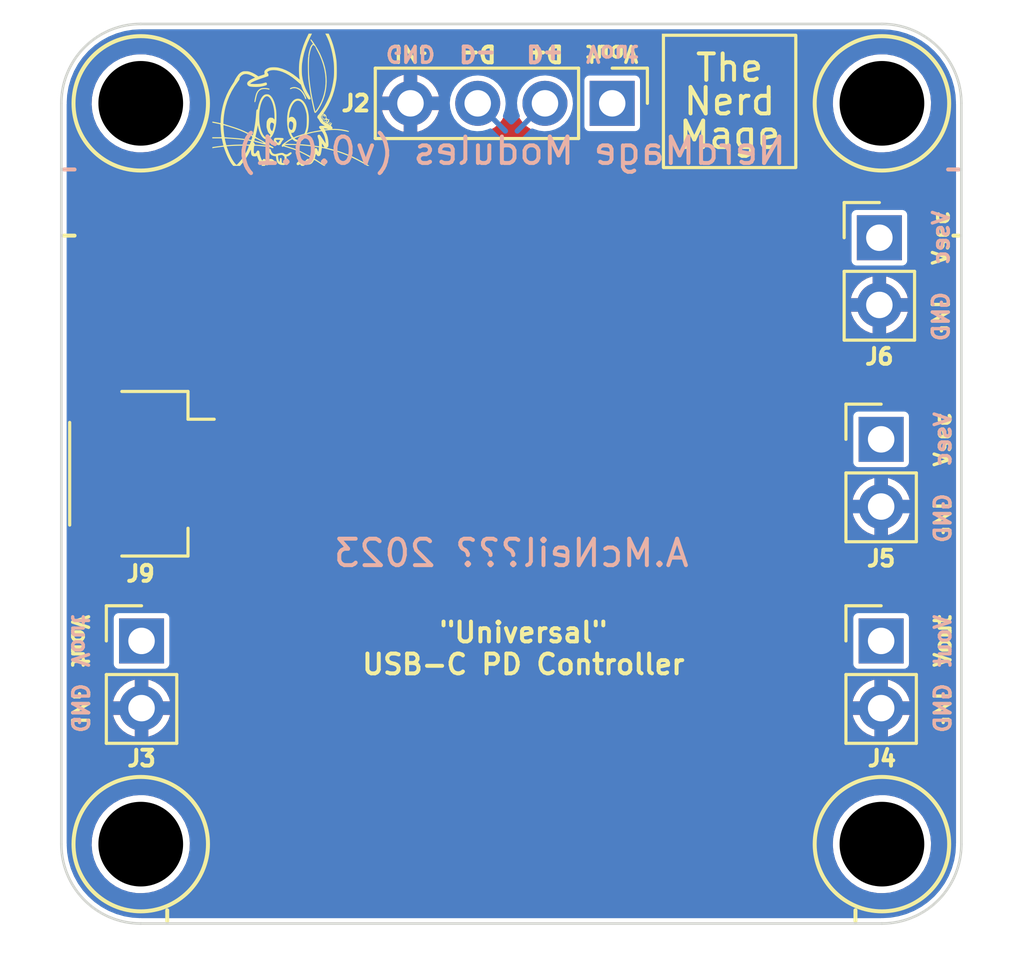
<source format=kicad_pcb>
(kicad_pcb (version 20211014) (generator pcbnew)
  (title_block (title "USB-C (PD) Board") (rev "0.0.1") (company "The Nerd Mage"))
  (layers (0 "F.Cu" signal) (31 "B.Cu" signal) (34 "B.Paste" user) (35 "F.Paste" user) (36 "B.SilkS" user "B.Silkscreen") (37 "F.SilkS" user "F.Silkscreen") (38 "B.Mask" user) (39 "F.Mask" user) (44 "Edge.Cuts" user))
  (net 0 "")
  (net 1 "UD+")
  (net 2 "UD-")
  (net 3 "SCL")
  (net 4 "SDA")
  (net 5 "2v7")
  (net 6 "GND")
  (net 7 "Vout")
  (net 8 "Vsec")
  (footprint "Tinker:Mount" (layer "F.Cu") (at 114 101)
    (fp_text reference "REF**" hide)
    (fp_text value "Mount" hide)
    (pad "" np_thru_hole circle (at 0 0) (size 3.2 3.2) (drill 3.2) (layers *.Mask))
  )
  (footprint "Tinker:Mount" (layer "F.Cu") (at 86 101)
    (fp_text reference "REF**" hide)
    (fp_text value "Mount" hide)
    (pad "" np_thru_hole circle (at 0 0) (size 3.2 3.2) (drill 3.2) (layers *.Mask))
  )
  (footprint "Tinker:JST_SH_SM04B-SRSS-TB_1x04-1MP_P1.00mm_Horizontal" (layer "F.Cu") (at 86 87 -90)
    (fp_text reference "J9" (at 3.778125 0.008239) (layer "F.SilkS") (effects (font (size 0.6 0.6))))
    (fp_text value "Conn_01x04_MountingPin" hide)
    (pad "1" smd roundrect (at -1.5 -2 270) (size 0.6 1.55) (layers "F.Cu" "F.Paste" "F.Mask") (net 6 "GND"))
    (pad "2" smd roundrect (at -0.5 -2 270) (size 0.6 1.55) (layers "F.Cu" "F.Paste" "F.Mask") (net 5 "2v7"))
    (pad "3" smd roundrect (at 0.5 -2 270) (size 0.6 1.55) (layers "F.Cu" "F.Paste" "F.Mask") (net 4 "SDA"))
    (pad "4" smd roundrect (at 1.5 -2 270) (size 0.6 1.55) (layers "F.Cu" "F.Paste" "F.Mask") (net 3 "SCL"))
    (pad "MP" smd roundrect (at 2.8 1.875 270) (size 1.2 1.8) (layers "F.Cu" "F.Paste" "F.Mask") (roundrect_rratio 0.208333) (net 6 "GND"))
    (pad "MP" smd roundrect (at -2.8 1.875 270) (size 1.2 1.8) (layers "F.Cu" "F.Paste" "F.Mask") (roundrect_rratio 0.208333) (net 6 "GND"))
  )
  (footprint "Tinker:DagNabbit" (layer "F.Cu") (at 91.4 73.5)
    (fp_text reference "REF**" hide)
    (fp_text value "DagNabbit" hide)
  )
  (footprint "Tinker:PinHeader_1x02_P2.54mm_Vertical" (layer "F.Cu") (at 113.97 93.32)
    (fp_text reference "J4" (at 0.03 4.44169) (layer "F.SilkS") (effects (font (size 0.6 0.6))))
    (fp_text value "Conn_01x02_Male" hide)
    (pad "1" thru_hole rect (at 0 0) (size 1.7 1.7) (drill 1) (layers *.Cu *.Mask) (net 7 "Vout"))
    (pad "2" thru_hole oval (at 0 2.54) (size 1.7 1.7) (drill 1) (layers *.Cu *.Mask) (net 6 "GND"))
  )
  (footprint "Tinker:Mount" (layer "F.Cu") (at 114 73)
    (fp_text reference "REF**" hide)
    (fp_text value "Mount" hide)
    (pad "" np_thru_hole circle (at 0 0) (size 3.2 3.2) (drill 3.2) (layers *.Mask))
  )
  (footprint "Tinker:NerdMage" (layer "F.Cu") (at 108.245525 72.927201)
    (fp_text reference "REF**" hide)
    (fp_text value "NerdMage" hide)
    (fp_text user "Nerd" (at 0 0 unlocked) (layer "F.SilkS"))
    (fp_text user "Mage" (at 0 1.27 unlocked) (layer "F.SilkS"))
    (fp_text user "The" (at 0 -1.27 unlocked) (layer "F.SilkS"))
  )
  (footprint "Tinker:PinHeader_1x02_P2.54mm_Vertical" (layer "F.Cu") (at 86.03 93.32)
    (fp_text reference "J3" (at 0 4.44169) (layer "F.SilkS") (effects (font (size 0.6 0.6))))
    (fp_text value "Conn_01x02_Male" hide)
    (pad "1" thru_hole rect (at 0 0) (size 1.7 1.7) (drill 1) (layers *.Cu *.Mask) (net 7 "Vout"))
    (pad "2" thru_hole oval (at 0 2.54) (size 1.7 1.7) (drill 1) (layers *.Cu *.Mask) (net 6 "GND"))
  )
  (footprint "Tinker:PinHeader_1x02_P2.54mm_Vertical" (layer "F.Cu") (at 113.902854 78.08)
    (fp_text reference "J6" (at 0 4.495315) (layer "F.SilkS") (effects (font (size 0.6 0.6))))
    (fp_text value "Conn_01x02_Male" hide)
    (pad "1" thru_hole rect (at 0 0) (size 1.7 1.7) (drill 1) (layers *.Cu *.Mask) (net 8 "Vsec"))
    (pad "2" thru_hole oval (at 0 2.54) (size 1.7 1.7) (drill 1) (layers *.Cu *.Mask) (net 6 "GND"))
  )
  (footprint "Tinker:PinHeader_1x02_P2.54mm_Vertical" (layer "F.Cu") (at 113.97 85.7)
    (fp_text reference "J5" (at 0 4.504702) (layer "F.SilkS") (effects (font (size 0.6 0.6))))
    (fp_text value "Conn_01x02_Male" hide)
    (pad "1" thru_hole rect (at 0 0) (size 1.7 1.7) (drill 1) (layers *.Cu *.Mask) (net 8 "Vsec"))
    (pad "2" thru_hole oval (at 0 2.54) (size 1.7 1.7) (drill 1) (layers *.Cu *.Mask) (net 6 "GND"))
  )
  (footprint "Tinker:Mount" (layer "F.Cu") (at 86 73)
    (fp_text reference "REF**" hide)
    (fp_text value "Mount" hide)
    (pad "" np_thru_hole circle (at 0 0) (size 3.2 3.2) (drill 3.2) (layers *.Mask))
  )
  (footprint "Tinker:PinHeader_1x04_P2.54mm_Vertical" (layer "F.Cu") (at 103.81 73 -90)
    (fp_text reference "J2" (at 0 9.68773) (layer "F.SilkS") (effects (font (size 0.6 0.6))))
    (fp_text value "Conn_01x04_Male" hide)
    (pad "1" thru_hole rect (at 0 0 270) (size 1.7 1.7) (drill 1) (layers *.Cu *.Mask) (net 7 "Vout"))
    (pad "2" thru_hole oval (at 0 2.54 270) (size 1.7 1.7) (drill 1) (layers *.Cu *.Mask) (net 1 "UD+"))
    (pad "3" thru_hole oval (at 0 5.08 270) (size 1.7 1.7) (drill 1) (layers *.Cu *.Mask) (net 2 "UD-"))
    (pad "4" thru_hole oval (at 0 7.62 270) (size 1.7 1.7) (drill 1) (layers *.Cu *.Mask) (net 6 "GND"))
  )
  (gr_line (start 83.1 75.5) (end 83.5 75.5) (layer "B.SilkS") (width 0.15))
  (gr_line (start 116.5 75.5) (end 116.9 75.5) (layer "B.SilkS") (width 0.15))
  (gr_line (start 113 103.9) (end 113 103.5) (layer "F.SilkS") (width 0.15))
  (gr_line (start 83.1 78) (end 83.5 78) (layer "F.SilkS") (width 0.15))
  (gr_line (start 116.7 78) (end 116.9 78) (layer "F.SilkS") (width 0.15))
  (gr_line (start 87 103.9) (end 87 103.5) (layer "F.SilkS") (width 0.15))
  (gr_line (start 117 73) (end 117 101) (layer "Edge.Cuts") (width 0.1))
  (gr_arc (start 86 104) (mid 83.87868 103.12132) (end 83 101) (layer "Edge.Cuts") (width 0.1))
  (gr_arc (start 83 73) (mid 83.87868 70.87868) (end 86 70) (layer "Edge.Cuts") (width 0.1))
  (gr_line (start 86 70) (end 114 70) (layer "Edge.Cuts") (width 0.1))
  (gr_line (start 83 101) (end 83 73) (layer "Edge.Cuts") (width 0.1))
  (gr_arc (start 114 70) (mid 116.12132 70.87868) (end 117 73) (layer "Edge.Cuts") (width 0.1))
  (gr_line (start 86 104) (end 114 104) (layer "Edge.Cuts") (width 0.1))
  (gr_arc (start 117 101) (mid 116.12132 103.12132) (end 114 104) (layer "Edge.Cuts") (width 0.1))
  (gr_text "NerdMage Modules (v0.0.1)" (at 100 74.8) (layer "B.SilkS") (effects (font (size 1 1)) (justify mirror)))
  (gr_text "D+" (at 101.27 71.12 180) (layer "B.SilkS") (effects (font (size 0.6 0.6)) (justify mirror)))
  (gr_text "GND" (at 116.3 88.68 90) (layer "B.SilkS") (effects (font (size 0.6 0.6) (thickness 0.125)) (justify mirror)))
  (gr_text "GND" (at 83.7 95.86 270) (layer "B.SilkS") (effects (font (size 0.6 0.6) (thickness 0.125)) (justify mirror)))
  (gr_text "Vout" (at 116.3 93.32 90) (layer "B.SilkS") (effects (font (size 0.6 0.6) (thickness 0.125)) (justify mirror)))
  (gr_text "GND" (at 116.232854 81.06 90) (layer "B.SilkS") (effects (font (size 0.6 0.6) (thickness 0.125)) (justify mirror)))
  (gr_text "D-" (at 98.73 71.12 180) (layer "B.SilkS") (effects (font (size 0.6 0.6)) (justify mirror)))
  (gr_text "Vout" (at 103.81 71.12 180) (layer "B.SilkS") (effects (font (size 0.6 0.6) (thickness 0.125)) (justify mirror)))
  (gr_text "Vsec" (at 116.3 85.7 90) (layer "B.SilkS") (effects (font (size 0.6 0.6) (thickness 0.125)) (justify mirror)))
  (gr_text "Vsec" (at 116.232854 78.08 90) (layer "B.SilkS") (effects (font (size 0.6 0.6) (thickness 0.125)) (justify mirror)))
  (gr_text "GND" (at 116.3 95.86 90) (layer "B.SilkS") (effects (font (size 0.6 0.6) (thickness 0.125)) (justify mirror)))
  (gr_text "A.McNeil??? 2023" (at 100 90) (layer "B.SilkS") (effects (font (size 1 1)) (justify mirror)))
  (gr_text "Vout" (at 83.7 93.32 270) (layer "B.SilkS") (effects (font (size 0.6 0.6) (thickness 0.125)) (justify mirror)))
  (gr_text "GND" (at 96.19 71.12 180) (layer "B.SilkS") (effects (font (size 0.6 0.6) (thickness 0.125)) (justify mirror)))
  (gr_text "Vout" (at 116.3 93.32 90) (layer "F.SilkS") (effects (font (size 0.6 0.6) (thickness 0.125))))
  (gr_text "GND" (at 116.232854 81.06 90) (layer "F.SilkS") (effects (font (size 0.6 0.6) (thickness 0.125))))
  (gr_text "D-" (at 98.73 71.12 180) (layer "F.SilkS") (effects (font (size 0.6 0.6))))
  (gr_text "D+" (at 101.27 71.12 180) (layer "F.SilkS") (effects (font (size 0.6 0.6))))
  (gr_text "GND" (at 116.3 88.68 90) (layer "F.SilkS") (effects (font (size 0.6 0.6) (thickness 0.125))))
  (gr_text "GND" (at 96.19 71.12 180) (layer "F.SilkS") (effects (font (size 0.6 0.6) (thickness 0.125))))
  (gr_text "GND" (at 116.3 95.86 90) (layer "F.SilkS") (effects (font (size 0.6 0.6) (thickness 0.125))))
  (gr_text "GND" (at 83.7 95.86 270) (layer "F.SilkS") (effects (font (size 0.6 0.6) (thickness 0.125))))
  (gr_text "{dblquote}Universal{dblquote}\nUSB-C PD Controller" (at 100.456186 93.602208) (layer "F.SilkS") (effects (font (size 0.75 0.75))))
  (gr_text "Vout" (at 103.81 71.12 180) (layer "F.SilkS") (effects (font (size 0.6 0.6) (thickness 0.125))))
  (gr_text "Vsec" (at 116.3 85.7 90) (layer "F.SilkS") (effects (font (size 0.6 0.6) (thickness 0.125))))
  (gr_text "Vout" (at 83.7 93.32 270) (layer "F.SilkS") (effects (font (size 0.6 0.6) (thickness 0.125))))
  (gr_text "Vsec" (at 116.232854 78.08 90) (layer "F.SilkS") (effects (font (size 0.6 0.6) (thickness 0.125))))
  (segment (start 100.225001 74.044999) (end 101.27 73) (width 0.2) (layer "B.Cu") (net 1))
  (segment (start 98.73 73) (end 99.774999 74.044999) (width 0.2) (layer "B.Cu") (net 2))
  (zone (net 6) (net_name "GND") (layer "F.Cu") (connect_pads (clearance 0.254)) (min_thickness 0.254) (fill yes (thermal_gap 0.254) (thermal_bridge_width 0.508))
    (polygon (pts (xy 118.582229 104.809465) (xy 81.651499 104.809467) (xy 81.651498 69.584881) (xy 118.582228 69.584879)))
  )
  (zone (net 6) (net_name "GND") (layer "B.Cu") (connect_pads (clearance 0.2)) (min_thickness 0.2) (fill yes (thermal_gap 0.254) (thermal_bridge_width 0.508))
    (polygon (pts (xy 119.380001 105.507005) (xy 80.682697 105.507005) (xy 80.682697 69.09421) (xy 119.380001 69.09421)))
  )
)
</source>
